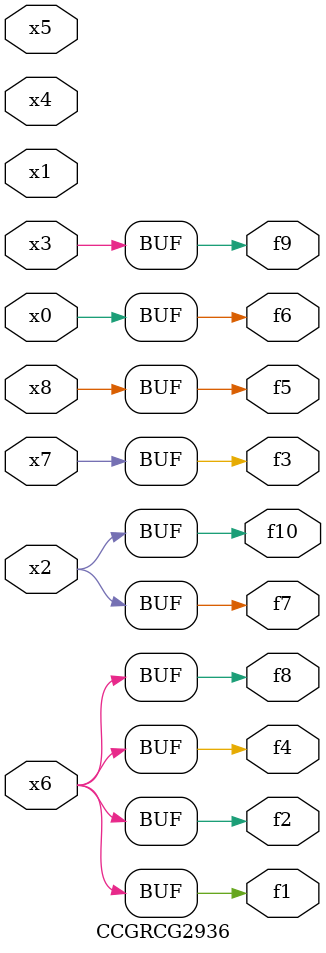
<source format=v>
module CCGRCG2936(
	input x0, x1, x2, x3, x4, x5, x6, x7, x8,
	output f1, f2, f3, f4, f5, f6, f7, f8, f9, f10
);
	assign f1 = x6;
	assign f2 = x6;
	assign f3 = x7;
	assign f4 = x6;
	assign f5 = x8;
	assign f6 = x0;
	assign f7 = x2;
	assign f8 = x6;
	assign f9 = x3;
	assign f10 = x2;
endmodule

</source>
